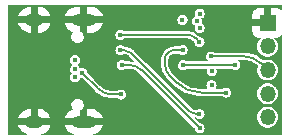
<source format=gbr>
%TF.GenerationSoftware,KiCad,Pcbnew,(6.0.2)*%
%TF.CreationDate,2022-03-06T10:13:05+08:00*%
%TF.ProjectId,USB-TTL-V1,5553422d-5454-44c2-9d56-312e6b696361,rev?*%
%TF.SameCoordinates,Original*%
%TF.FileFunction,Copper,L4,Bot*%
%TF.FilePolarity,Positive*%
%FSLAX46Y46*%
G04 Gerber Fmt 4.6, Leading zero omitted, Abs format (unit mm)*
G04 Created by KiCad (PCBNEW (6.0.2)) date 2022-03-06 10:13:05*
%MOMM*%
%LPD*%
G01*
G04 APERTURE LIST*
%TA.AperFunction,ComponentPad*%
%ADD10O,1.600000X1.000000*%
%TD*%
%TA.AperFunction,ComponentPad*%
%ADD11O,2.100000X1.000000*%
%TD*%
%TA.AperFunction,ComponentPad*%
%ADD12R,1.350000X1.350000*%
%TD*%
%TA.AperFunction,ComponentPad*%
%ADD13O,1.350000X1.350000*%
%TD*%
%TA.AperFunction,ViaPad*%
%ADD14C,0.450000*%
%TD*%
%TA.AperFunction,Conductor*%
%ADD15C,0.200000*%
%TD*%
G04 APERTURE END LIST*
D10*
%TO.P,J2,S1,SHIELD*%
%TO.N,GND*%
X105460000Y-91610000D03*
D11*
X109640000Y-91610000D03*
D10*
X105460000Y-82970000D03*
D11*
X109640000Y-82970000D03*
%TD*%
D12*
%TO.P,J1,1,GND*%
%TO.N,GND*%
X125200000Y-83225000D03*
D13*
%TO.P,J1,2,GPIO0*%
%TO.N,/GPIO0*%
X125200000Y-85225000D03*
%TO.P,J1,3,RXD*%
%TO.N,/RXD*%
X125200000Y-87225000D03*
%TO.P,J1,4,TXD*%
%TO.N,/TXD*%
X125200000Y-89225000D03*
%TO.P,J1,5,RST*%
%TO.N,/EN*%
X125200000Y-91225000D03*
%TD*%
D14*
%TO.N,/RXD*%
X120435000Y-86071718D03*
%TO.N,+5V*%
X120460000Y-88507030D03*
X118000000Y-82990000D03*
X108900000Y-87150000D03*
X119220000Y-83070000D03*
X108900000Y-86400000D03*
X108900000Y-87850000D03*
X120471198Y-87334500D03*
X119450000Y-83646406D03*
X119450000Y-82448750D03*
%TO.N,Net-(C3-Pad1)*%
X119450000Y-92150000D03*
X112850000Y-86800000D03*
%TO.N,Net-(J2-PadA7)*%
X109529832Y-87490168D03*
X112800000Y-89300000D03*
%TO.N,Net-(R1-Pad2)*%
X119440000Y-84854062D03*
X112750000Y-84250000D03*
%TO.N,Net-(R2-Pad1)*%
X112750000Y-85550000D03*
X119440000Y-90942342D03*
%TO.N,Net-(Q1-Pad2)*%
X121700000Y-89140000D03*
X118010000Y-85530000D03*
%TO.N,Net-(Q2-Pad2)*%
X122480000Y-86800000D03*
X118060000Y-86810000D03*
%TD*%
D15*
%TO.N,Net-(Q1-Pad2)*%
X118008449Y-85529092D02*
G75*
G02*
X118009546Y-85529546I3J-1544D01*
G01*
X119641076Y-89139999D02*
G75*
G02*
X117420001Y-88219999I3J3141082D01*
G01*
X116500000Y-86379837D02*
G75*
G02*
X116749177Y-85778269I850732J6D01*
G01*
X116949915Y-87749915D02*
G75*
G02*
X116500000Y-86663723I1086192J1086191D01*
G01*
X116749177Y-85778269D02*
G75*
G02*
X117350745Y-85529092I601562J-601555D01*
G01*
X117420000Y-88220000D02*
X116949915Y-87749915D01*
X118008449Y-85529092D02*
X117350745Y-85529092D01*
X118009546Y-85529546D02*
X118010000Y-85530000D01*
X116500000Y-86379837D02*
X116500000Y-86663723D01*
X119641076Y-89140000D02*
X121700000Y-89140000D01*
%TO.N,/RXD*%
X124623359Y-86648359D02*
X125200000Y-87225000D01*
X123231224Y-86071718D02*
X120435000Y-86071718D01*
X123231224Y-86071719D02*
G75*
G02*
X124623358Y-86648360I1J-1968774D01*
G01*
%TO.N,Net-(C3-Pad1)*%
X119450000Y-92150000D02*
X114541941Y-87241941D01*
X112850000Y-86800000D02*
X113475000Y-86800000D01*
X113475000Y-86800000D02*
G75*
G02*
X114541941Y-87241941I3J-1508876D01*
G01*
%TO.N,Net-(J2-PadA7)*%
X112800000Y-89300000D02*
X112069832Y-89300000D01*
X109529832Y-87490168D02*
X110823357Y-88783693D01*
X110823357Y-88783693D02*
G75*
G03*
X112069832Y-89300000I1246475J1246474D01*
G01*
%TO.N,Net-(R1-Pad2)*%
X118408801Y-84250000D02*
X112750000Y-84250000D01*
X119137969Y-84552031D02*
X119440000Y-84854062D01*
X118408801Y-84250001D02*
G75*
G02*
X119137968Y-84552032I2J-1031195D01*
G01*
%TO.N,Net-(R2-Pad1)*%
X119123668Y-90942342D02*
X119440000Y-90942342D01*
X112750000Y-85550000D02*
X113082497Y-85550000D01*
X113650104Y-85785110D02*
X118583655Y-90718661D01*
X113082497Y-85550000D02*
G75*
G02*
X113650104Y-85785110I-1J-802721D01*
G01*
X119123668Y-90942342D02*
G75*
G02*
X118583655Y-90718661I1J763695D01*
G01*
%TO.N,Net-(Q2-Pad2)*%
X118060000Y-86810000D02*
X118065000Y-86805000D01*
X122480000Y-86800000D02*
X118077071Y-86800000D01*
X118065000Y-86805000D02*
G75*
G02*
X118077071Y-86800000I12068J-12065D01*
G01*
%TD*%
%TA.AperFunction,Conductor*%
%TO.N,GND*%
G36*
X126405648Y-81714352D02*
G01*
X126420000Y-81749000D01*
X126420000Y-82130301D01*
X126405648Y-82164949D01*
X126371000Y-82179301D01*
X126336352Y-82164949D01*
X126332126Y-82160131D01*
X126304877Y-82124620D01*
X126300376Y-82120119D01*
X126180137Y-82027857D01*
X126174620Y-82024672D01*
X126034600Y-81966674D01*
X126028447Y-81965025D01*
X125915908Y-81950209D01*
X125912723Y-81950000D01*
X125509747Y-81950000D01*
X125502855Y-81952855D01*
X125500000Y-81959747D01*
X125500000Y-83476000D01*
X125485648Y-83510648D01*
X125451000Y-83525000D01*
X123934748Y-83525000D01*
X123927856Y-83527855D01*
X123925001Y-83534747D01*
X123925001Y-83937721D01*
X123925210Y-83940909D01*
X123940025Y-84053448D01*
X123941673Y-84059599D01*
X123999672Y-84199621D01*
X124002857Y-84205138D01*
X124095119Y-84325376D01*
X124099624Y-84329881D01*
X124219863Y-84422143D01*
X124225380Y-84425328D01*
X124365400Y-84483326D01*
X124371553Y-84484975D01*
X124484092Y-84499791D01*
X124487277Y-84500000D01*
X124564637Y-84500000D01*
X124599285Y-84514352D01*
X124613637Y-84549000D01*
X124601051Y-84581787D01*
X124489941Y-84705188D01*
X124487805Y-84707560D01*
X124395786Y-84866941D01*
X124338915Y-85041971D01*
X124319678Y-85225000D01*
X124338915Y-85408029D01*
X124395786Y-85583059D01*
X124397070Y-85585284D01*
X124397071Y-85585285D01*
X124400495Y-85591215D01*
X124487805Y-85742440D01*
X124489526Y-85744352D01*
X124489528Y-85744354D01*
X124524523Y-85783220D01*
X124610950Y-85879207D01*
X124613030Y-85880718D01*
X124613032Y-85880720D01*
X124753228Y-85982578D01*
X124759839Y-85987381D01*
X124762186Y-85988426D01*
X124767085Y-85990607D01*
X124927966Y-86062236D01*
X124972575Y-86071718D01*
X125105472Y-86099967D01*
X125105475Y-86099967D01*
X125107981Y-86100500D01*
X125292019Y-86100500D01*
X125294525Y-86099967D01*
X125294528Y-86099967D01*
X125427425Y-86071718D01*
X125472034Y-86062236D01*
X125632915Y-85990607D01*
X125637814Y-85988426D01*
X125640161Y-85987381D01*
X125646772Y-85982578D01*
X125786968Y-85880720D01*
X125786970Y-85880718D01*
X125789050Y-85879207D01*
X125875477Y-85783220D01*
X125910472Y-85744354D01*
X125910474Y-85744352D01*
X125912195Y-85742440D01*
X125999505Y-85591215D01*
X126002929Y-85585285D01*
X126002930Y-85585284D01*
X126004214Y-85583059D01*
X126061085Y-85408029D01*
X126080322Y-85225000D01*
X126061085Y-85041971D01*
X126004214Y-84866941D01*
X125912195Y-84707560D01*
X125910060Y-84705188D01*
X125798948Y-84581786D01*
X125786429Y-84546434D01*
X125802575Y-84512585D01*
X125835362Y-84499999D01*
X125912721Y-84499999D01*
X125915909Y-84499790D01*
X126028448Y-84484975D01*
X126034599Y-84483327D01*
X126174621Y-84425328D01*
X126180138Y-84422143D01*
X126300376Y-84329881D01*
X126304876Y-84325381D01*
X126332125Y-84289869D01*
X126364604Y-84271117D01*
X126400829Y-84280823D01*
X126419581Y-84313302D01*
X126420000Y-84319698D01*
X126420000Y-92721000D01*
X126405648Y-92755648D01*
X126371000Y-92770000D01*
X110484622Y-92770000D01*
X110449974Y-92755648D01*
X110435622Y-92721000D01*
X110449974Y-92686352D01*
X110470828Y-92673982D01*
X110598120Y-92636639D01*
X110602439Y-92634912D01*
X110784895Y-92540941D01*
X110788805Y-92538430D01*
X110950193Y-92411658D01*
X110953561Y-92408451D01*
X111088079Y-92253433D01*
X111090765Y-92249667D01*
X111193543Y-92072009D01*
X111195474Y-92067792D01*
X111247071Y-91919206D01*
X111246635Y-91911761D01*
X111244655Y-91910000D01*
X108040544Y-91910000D01*
X108033652Y-91912855D01*
X108032282Y-91916162D01*
X108044651Y-91967485D01*
X108046164Y-91971878D01*
X108131111Y-92158708D01*
X108133426Y-92162734D01*
X108252165Y-92330126D01*
X108255205Y-92333648D01*
X108403457Y-92475568D01*
X108407103Y-92478447D01*
X108579518Y-92589775D01*
X108583638Y-92591911D01*
X108773997Y-92668628D01*
X108778451Y-92669947D01*
X108793614Y-92672908D01*
X108824870Y-92693635D01*
X108832315Y-92730391D01*
X108811588Y-92761647D01*
X108784223Y-92770000D01*
X106054622Y-92770000D01*
X106019974Y-92755648D01*
X106005622Y-92721000D01*
X106019974Y-92686352D01*
X106040828Y-92673982D01*
X106168120Y-92636639D01*
X106172439Y-92634912D01*
X106354895Y-92540941D01*
X106358805Y-92538430D01*
X106520193Y-92411658D01*
X106523561Y-92408451D01*
X106658079Y-92253433D01*
X106660765Y-92249667D01*
X106763543Y-92072009D01*
X106765474Y-92067792D01*
X106817071Y-91919206D01*
X106816635Y-91911761D01*
X106814655Y-91910000D01*
X104110544Y-91910000D01*
X104103652Y-91912855D01*
X104102282Y-91916162D01*
X104114651Y-91967485D01*
X104116164Y-91971878D01*
X104201111Y-92158708D01*
X104203426Y-92162734D01*
X104322165Y-92330126D01*
X104325205Y-92333648D01*
X104473457Y-92475568D01*
X104477103Y-92478447D01*
X104649518Y-92589775D01*
X104653638Y-92591911D01*
X104843997Y-92668628D01*
X104848451Y-92669947D01*
X104863614Y-92672908D01*
X104894870Y-92693635D01*
X104902315Y-92730391D01*
X104881588Y-92761647D01*
X104854223Y-92770000D01*
X103285000Y-92770000D01*
X103250352Y-92755648D01*
X103236000Y-92721000D01*
X103236000Y-91300794D01*
X104102929Y-91300794D01*
X104103365Y-91308239D01*
X104105345Y-91310000D01*
X105150253Y-91310000D01*
X105157145Y-91307145D01*
X105160000Y-91300253D01*
X105760000Y-91300253D01*
X105762855Y-91307145D01*
X105769747Y-91310000D01*
X106809456Y-91310000D01*
X106816348Y-91307145D01*
X106817718Y-91303838D01*
X106816984Y-91300794D01*
X108032929Y-91300794D01*
X108033365Y-91308239D01*
X108035345Y-91310000D01*
X109330253Y-91310000D01*
X109337145Y-91307145D01*
X109340000Y-91300253D01*
X109940000Y-91300253D01*
X109942855Y-91307145D01*
X109949747Y-91310000D01*
X111239456Y-91310000D01*
X111246348Y-91307145D01*
X111247718Y-91303838D01*
X111235349Y-91252515D01*
X111233836Y-91248122D01*
X111148889Y-91061292D01*
X111146574Y-91057266D01*
X111027835Y-90889874D01*
X111024795Y-90886352D01*
X110876543Y-90744432D01*
X110872897Y-90741553D01*
X110700482Y-90630225D01*
X110696362Y-90628089D01*
X110506003Y-90551372D01*
X110501549Y-90550053D01*
X110299555Y-90510607D01*
X110296066Y-90510184D01*
X110292917Y-90510030D01*
X110291711Y-90510000D01*
X109949747Y-90510000D01*
X109942855Y-90512855D01*
X109940000Y-90519747D01*
X109940000Y-91300253D01*
X109340000Y-91300253D01*
X109340000Y-90685286D01*
X109354352Y-90650638D01*
X109369539Y-90640317D01*
X109376727Y-90637206D01*
X109381717Y-90635047D01*
X109381718Y-90635046D01*
X109384783Y-90633720D01*
X109397282Y-90623599D01*
X109440363Y-90588712D01*
X109496675Y-90543112D01*
X109580079Y-90425751D01*
X109593756Y-90387764D01*
X109627717Y-90293433D01*
X109627718Y-90293431D01*
X109628850Y-90290285D01*
X109639394Y-90146693D01*
X109629973Y-90099967D01*
X109611597Y-90008835D01*
X109610936Y-90005556D01*
X109601676Y-89987381D01*
X109547087Y-89880246D01*
X109545571Y-89877270D01*
X109448116Y-89771288D01*
X109378916Y-89728382D01*
X109328584Y-89697175D01*
X109328583Y-89697175D01*
X109325750Y-89695418D01*
X109322547Y-89694487D01*
X109322546Y-89694487D01*
X109235160Y-89669099D01*
X109187488Y-89655249D01*
X109184926Y-89655061D01*
X109184921Y-89655060D01*
X109180837Y-89654761D01*
X109177288Y-89654500D01*
X109073930Y-89654500D01*
X109072283Y-89654726D01*
X109072277Y-89654726D01*
X109020220Y-89661857D01*
X108967354Y-89669099D01*
X108964288Y-89670426D01*
X108964287Y-89670426D01*
X108838283Y-89724953D01*
X108838282Y-89724954D01*
X108835217Y-89726280D01*
X108723325Y-89816888D01*
X108639921Y-89934249D01*
X108638790Y-89937389D01*
X108638789Y-89937392D01*
X108592283Y-90066567D01*
X108591150Y-90069715D01*
X108580606Y-90213307D01*
X108609064Y-90354444D01*
X108674429Y-90482730D01*
X108676688Y-90485187D01*
X108676689Y-90485188D01*
X108696007Y-90506196D01*
X108708895Y-90541415D01*
X108693105Y-90575432D01*
X108679595Y-90583938D01*
X108679637Y-90584019D01*
X108678695Y-90584504D01*
X108678125Y-90584863D01*
X108677559Y-90585089D01*
X108495105Y-90679059D01*
X108491195Y-90681570D01*
X108329807Y-90808342D01*
X108326439Y-90811549D01*
X108191921Y-90966567D01*
X108189235Y-90970333D01*
X108086457Y-91147991D01*
X108084526Y-91152208D01*
X108032929Y-91300794D01*
X106816984Y-91300794D01*
X106805349Y-91252515D01*
X106803836Y-91248122D01*
X106718889Y-91061292D01*
X106716574Y-91057266D01*
X106597835Y-90889874D01*
X106594795Y-90886352D01*
X106446543Y-90744432D01*
X106442897Y-90741553D01*
X106270482Y-90630225D01*
X106266362Y-90628089D01*
X106076003Y-90551372D01*
X106071549Y-90550053D01*
X105869555Y-90510607D01*
X105866066Y-90510184D01*
X105862917Y-90510030D01*
X105861711Y-90510000D01*
X105769747Y-90510000D01*
X105762855Y-90512855D01*
X105760000Y-90519747D01*
X105760000Y-91300253D01*
X105160000Y-91300253D01*
X105160000Y-90519747D01*
X105157145Y-90512855D01*
X105150253Y-90510000D01*
X105108714Y-90510000D01*
X105106392Y-90510111D01*
X104953374Y-90524710D01*
X104948808Y-90525589D01*
X104751880Y-90583361D01*
X104747561Y-90585088D01*
X104565105Y-90679059D01*
X104561195Y-90681570D01*
X104399807Y-90808342D01*
X104396439Y-90811549D01*
X104261921Y-90966567D01*
X104259235Y-90970333D01*
X104156457Y-91147991D01*
X104154526Y-91152208D01*
X104102929Y-91300794D01*
X103236000Y-91300794D01*
X103236000Y-87850000D01*
X108469196Y-87850000D01*
X108490281Y-87983126D01*
X108494487Y-87991381D01*
X108530590Y-88062236D01*
X108551472Y-88103220D01*
X108646780Y-88198528D01*
X108650213Y-88200277D01*
X108650214Y-88200278D01*
X108706827Y-88229123D01*
X108766874Y-88259719D01*
X108770679Y-88260322D01*
X108770680Y-88260322D01*
X108896193Y-88280201D01*
X108900000Y-88280804D01*
X108903807Y-88280201D01*
X109029320Y-88260322D01*
X109029321Y-88260322D01*
X109033126Y-88259719D01*
X109093173Y-88229124D01*
X109149786Y-88200278D01*
X109149787Y-88200277D01*
X109153220Y-88198528D01*
X109248528Y-88103220D01*
X109269411Y-88062236D01*
X109305513Y-87991381D01*
X109309719Y-87983126D01*
X109312094Y-87968136D01*
X109317864Y-87931702D01*
X109337460Y-87899726D01*
X109373927Y-87890971D01*
X109388508Y-87895710D01*
X109393270Y-87898137D01*
X109393274Y-87898138D01*
X109396706Y-87899887D01*
X109400511Y-87900490D01*
X109400512Y-87900490D01*
X109463807Y-87910515D01*
X109521038Y-87919579D01*
X109548021Y-87933328D01*
X110589245Y-88974552D01*
X110594736Y-88981095D01*
X110607593Y-88999457D01*
X110611102Y-89001914D01*
X110611105Y-89001917D01*
X110614812Y-89004513D01*
X110619354Y-89008111D01*
X110781370Y-89152898D01*
X110970370Y-89287001D01*
X110971570Y-89287664D01*
X110971576Y-89287668D01*
X111172000Y-89398439D01*
X111172008Y-89398443D01*
X111173197Y-89399100D01*
X111174462Y-89399624D01*
X111386033Y-89487260D01*
X111386039Y-89487262D01*
X111387299Y-89487784D01*
X111533959Y-89530036D01*
X111608665Y-89551559D01*
X111608670Y-89551560D01*
X111609985Y-89551939D01*
X111611332Y-89552168D01*
X111611337Y-89552169D01*
X111837104Y-89590528D01*
X111837110Y-89590529D01*
X111838454Y-89590757D01*
X111839821Y-89590834D01*
X111839823Y-89590834D01*
X111939765Y-89596447D01*
X112055408Y-89602941D01*
X112061161Y-89603607D01*
X112069832Y-89605136D01*
X112074051Y-89604392D01*
X112074052Y-89604392D01*
X112091905Y-89601244D01*
X112100414Y-89600500D01*
X112478456Y-89600500D01*
X112513104Y-89614852D01*
X112546780Y-89648528D01*
X112550213Y-89650277D01*
X112550214Y-89650278D01*
X112586264Y-89668646D01*
X112666874Y-89709719D01*
X112670679Y-89710322D01*
X112670680Y-89710322D01*
X112796193Y-89730201D01*
X112800000Y-89730804D01*
X112803807Y-89730201D01*
X112929320Y-89710322D01*
X112929321Y-89710322D01*
X112933126Y-89709719D01*
X113013736Y-89668646D01*
X113049786Y-89650278D01*
X113049787Y-89650277D01*
X113053220Y-89648528D01*
X113148528Y-89553220D01*
X113209719Y-89433126D01*
X113210513Y-89428117D01*
X113230201Y-89303807D01*
X113230804Y-89300000D01*
X113218521Y-89222450D01*
X113210322Y-89170680D01*
X113210322Y-89170679D01*
X113209719Y-89166874D01*
X113148528Y-89046780D01*
X113053220Y-88951472D01*
X113049787Y-88949723D01*
X113049786Y-88949722D01*
X112993173Y-88920877D01*
X112933126Y-88890281D01*
X112929321Y-88889678D01*
X112929320Y-88889678D01*
X112803807Y-88869799D01*
X112800000Y-88869196D01*
X112796193Y-88869799D01*
X112670680Y-88889678D01*
X112670679Y-88889678D01*
X112666874Y-88890281D01*
X112606827Y-88920877D01*
X112550214Y-88949722D01*
X112550213Y-88949723D01*
X112546780Y-88951472D01*
X112513104Y-88985148D01*
X112478456Y-88999500D01*
X112100414Y-88999500D01*
X112091905Y-88998756D01*
X112074053Y-88995608D01*
X112074051Y-88995608D01*
X112069832Y-88994864D01*
X112056482Y-88997218D01*
X112044773Y-88997858D01*
X111882164Y-88987200D01*
X111875818Y-88986364D01*
X111714110Y-88954198D01*
X111694524Y-88950302D01*
X111688333Y-88948644D01*
X111513279Y-88889221D01*
X111507358Y-88886768D01*
X111341571Y-88805011D01*
X111336020Y-88801806D01*
X111182321Y-88699108D01*
X111177236Y-88695206D01*
X111054726Y-88587767D01*
X111046898Y-88579035D01*
X111039121Y-88567929D01*
X111020762Y-88555074D01*
X111014219Y-88549583D01*
X110525829Y-88061193D01*
X109972992Y-87508357D01*
X109959243Y-87481374D01*
X109957920Y-87473017D01*
X109947297Y-87405946D01*
X109940154Y-87360848D01*
X109940154Y-87360847D01*
X109939551Y-87357042D01*
X109878360Y-87236948D01*
X109783052Y-87141640D01*
X109779619Y-87139891D01*
X109779618Y-87139890D01*
X109723005Y-87111045D01*
X109662958Y-87080449D01*
X109659153Y-87079846D01*
X109659152Y-87079846D01*
X109533639Y-87059967D01*
X109529832Y-87059364D01*
X109526025Y-87059967D01*
X109400512Y-87079846D01*
X109400511Y-87079846D01*
X109396706Y-87080449D01*
X109393270Y-87082200D01*
X109393269Y-87082200D01*
X109385624Y-87086095D01*
X109348237Y-87089038D01*
X109319720Y-87064681D01*
X109314982Y-87050102D01*
X109310322Y-87020679D01*
X109310321Y-87020677D01*
X109309719Y-87016874D01*
X109273892Y-86946560D01*
X109250278Y-86900214D01*
X109250277Y-86900213D01*
X109248528Y-86896780D01*
X109161396Y-86809648D01*
X109147044Y-86775000D01*
X109161396Y-86740352D01*
X109248528Y-86653220D01*
X109309719Y-86533126D01*
X109313220Y-86511025D01*
X109330201Y-86403807D01*
X109330804Y-86400000D01*
X109322806Y-86349500D01*
X109310322Y-86270680D01*
X109310322Y-86270679D01*
X109309719Y-86266874D01*
X109248528Y-86146780D01*
X109153220Y-86051472D01*
X109149787Y-86049723D01*
X109149786Y-86049722D01*
X109053916Y-86000874D01*
X109033126Y-85990281D01*
X109029321Y-85989678D01*
X109029320Y-85989678D01*
X108903807Y-85969799D01*
X108900000Y-85969196D01*
X108896193Y-85969799D01*
X108770680Y-85989678D01*
X108770679Y-85989678D01*
X108766874Y-85990281D01*
X108746084Y-86000874D01*
X108650214Y-86049722D01*
X108650213Y-86049723D01*
X108646780Y-86051472D01*
X108551472Y-86146780D01*
X108490281Y-86266874D01*
X108489678Y-86270679D01*
X108489678Y-86270680D01*
X108477194Y-86349500D01*
X108469196Y-86400000D01*
X108469799Y-86403807D01*
X108486781Y-86511025D01*
X108490281Y-86533126D01*
X108551472Y-86653220D01*
X108638604Y-86740352D01*
X108652956Y-86775000D01*
X108638604Y-86809648D01*
X108551472Y-86896780D01*
X108549723Y-86900213D01*
X108549722Y-86900214D01*
X108526108Y-86946560D01*
X108490281Y-87016874D01*
X108489678Y-87020679D01*
X108489678Y-87020680D01*
X108478851Y-87089038D01*
X108469196Y-87150000D01*
X108469799Y-87153807D01*
X108481899Y-87230201D01*
X108490281Y-87283126D01*
X108492031Y-87286560D01*
X108544734Y-87389995D01*
X108551472Y-87403220D01*
X108613604Y-87465352D01*
X108627956Y-87500000D01*
X108613604Y-87534648D01*
X108551472Y-87596780D01*
X108490281Y-87716874D01*
X108489678Y-87720679D01*
X108489678Y-87720680D01*
X108485854Y-87744822D01*
X108469196Y-87850000D01*
X103236000Y-87850000D01*
X103236000Y-85550000D01*
X112319196Y-85550000D01*
X112319799Y-85553807D01*
X112336511Y-85659320D01*
X112340281Y-85683126D01*
X112342031Y-85686560D01*
X112383184Y-85767327D01*
X112401472Y-85803220D01*
X112496780Y-85898528D01*
X112500213Y-85900277D01*
X112500214Y-85900278D01*
X112539015Y-85920048D01*
X112616874Y-85959719D01*
X112620679Y-85960322D01*
X112620680Y-85960322D01*
X112746193Y-85980201D01*
X112750000Y-85980804D01*
X112753807Y-85980201D01*
X112879320Y-85960322D01*
X112879321Y-85960322D01*
X112883126Y-85959719D01*
X112960985Y-85920048D01*
X112999786Y-85900278D01*
X112999787Y-85900277D01*
X113003220Y-85898528D01*
X113033954Y-85867794D01*
X113068602Y-85853442D01*
X113077113Y-85854187D01*
X113078274Y-85854392D01*
X113078278Y-85854392D01*
X113082497Y-85855136D01*
X113092743Y-85853329D01*
X113106056Y-85852820D01*
X113175672Y-85859677D01*
X113185094Y-85861551D01*
X113270074Y-85887330D01*
X113278937Y-85891001D01*
X113333281Y-85920048D01*
X113357256Y-85932863D01*
X113365242Y-85938199D01*
X113419319Y-85982578D01*
X113428371Y-85992349D01*
X113431879Y-85997359D01*
X113431881Y-85997361D01*
X113434341Y-86000874D01*
X113437856Y-86003335D01*
X113452697Y-86013727D01*
X113459240Y-86019217D01*
X113896397Y-86456374D01*
X113910749Y-86491022D01*
X113896397Y-86525670D01*
X113861749Y-86540022D01*
X113852194Y-86539080D01*
X113711678Y-86511130D01*
X113710084Y-86511026D01*
X113710080Y-86511025D01*
X113484477Y-86496239D01*
X113479241Y-86495608D01*
X113479219Y-86495608D01*
X113474999Y-86494864D01*
X113470780Y-86495608D01*
X113470779Y-86495608D01*
X113452926Y-86498756D01*
X113444417Y-86499500D01*
X113171544Y-86499500D01*
X113136896Y-86485148D01*
X113103220Y-86451472D01*
X113099787Y-86449723D01*
X113099786Y-86449722D01*
X113009672Y-86403807D01*
X112983126Y-86390281D01*
X112979321Y-86389678D01*
X112979320Y-86389678D01*
X112853807Y-86369799D01*
X112850000Y-86369196D01*
X112846193Y-86369799D01*
X112720680Y-86389678D01*
X112720679Y-86389678D01*
X112716874Y-86390281D01*
X112690328Y-86403807D01*
X112600214Y-86449722D01*
X112600213Y-86449723D01*
X112596780Y-86451472D01*
X112501472Y-86546780D01*
X112499723Y-86550213D01*
X112499722Y-86550214D01*
X112489237Y-86570793D01*
X112440281Y-86666874D01*
X112439678Y-86670679D01*
X112439678Y-86670680D01*
X112434140Y-86705646D01*
X112419196Y-86800000D01*
X112440281Y-86933126D01*
X112447126Y-86946560D01*
X112495653Y-87041799D01*
X112501472Y-87053220D01*
X112596780Y-87148528D01*
X112600213Y-87150277D01*
X112600214Y-87150278D01*
X112621489Y-87161118D01*
X112716874Y-87209719D01*
X112720679Y-87210322D01*
X112720680Y-87210322D01*
X112811315Y-87224677D01*
X112832082Y-87227966D01*
X112846193Y-87230201D01*
X112850000Y-87230804D01*
X112853807Y-87230201D01*
X112867919Y-87227966D01*
X112888685Y-87224677D01*
X112979320Y-87210322D01*
X112979321Y-87210322D01*
X112983126Y-87209719D01*
X113078511Y-87161118D01*
X113099786Y-87150278D01*
X113099787Y-87150277D01*
X113103220Y-87148528D01*
X113136896Y-87114852D01*
X113171544Y-87100500D01*
X113444419Y-87100500D01*
X113452928Y-87101244D01*
X113470781Y-87104392D01*
X113470782Y-87104392D01*
X113475001Y-87105136D01*
X113487042Y-87103013D01*
X113499393Y-87102420D01*
X113660195Y-87115075D01*
X113667778Y-87116276D01*
X113844665Y-87158743D01*
X113851972Y-87161117D01*
X114020032Y-87230730D01*
X114026878Y-87234218D01*
X114106689Y-87283126D01*
X114181981Y-87329265D01*
X114188201Y-87333784D01*
X114310849Y-87438535D01*
X114319164Y-87447689D01*
X114323716Y-87454190D01*
X114323718Y-87454192D01*
X114326177Y-87457704D01*
X114340347Y-87467626D01*
X114344533Y-87470557D01*
X114351076Y-87476047D01*
X119006840Y-92131811D01*
X119020589Y-92158794D01*
X119040281Y-92283126D01*
X119101472Y-92403220D01*
X119196780Y-92498528D01*
X119200213Y-92500277D01*
X119200214Y-92500278D01*
X119256827Y-92529124D01*
X119316874Y-92559719D01*
X119320679Y-92560322D01*
X119320680Y-92560322D01*
X119446193Y-92580201D01*
X119450000Y-92580804D01*
X119453807Y-92580201D01*
X119579320Y-92560322D01*
X119579321Y-92560322D01*
X119583126Y-92559719D01*
X119643173Y-92529124D01*
X119699786Y-92500278D01*
X119699787Y-92500277D01*
X119703220Y-92498528D01*
X119798528Y-92403220D01*
X119859719Y-92283126D01*
X119865019Y-92249667D01*
X119880201Y-92153807D01*
X119880804Y-92150000D01*
X119872880Y-92099967D01*
X119860322Y-92020680D01*
X119860322Y-92020679D01*
X119859719Y-92016874D01*
X119798528Y-91896780D01*
X119703220Y-91801472D01*
X119699787Y-91799723D01*
X119699786Y-91799722D01*
X119643173Y-91770876D01*
X119583126Y-91740281D01*
X119579321Y-91739678D01*
X119579320Y-91739678D01*
X119458795Y-91720589D01*
X119431812Y-91706840D01*
X119051991Y-91327019D01*
X119037639Y-91292371D01*
X119051991Y-91257723D01*
X119090481Y-91243522D01*
X119103194Y-91244522D01*
X119107546Y-91244865D01*
X119112209Y-91245458D01*
X119119445Y-91246734D01*
X119119448Y-91246734D01*
X119123668Y-91247478D01*
X119124002Y-91247419D01*
X119156996Y-91261086D01*
X119186780Y-91290870D01*
X119190213Y-91292619D01*
X119190214Y-91292620D01*
X119246827Y-91321465D01*
X119306874Y-91352061D01*
X119310679Y-91352664D01*
X119310680Y-91352664D01*
X119436193Y-91372543D01*
X119440000Y-91373146D01*
X119443807Y-91372543D01*
X119569320Y-91352664D01*
X119569321Y-91352664D01*
X119573126Y-91352061D01*
X119633173Y-91321465D01*
X119689786Y-91292620D01*
X119689787Y-91292619D01*
X119693220Y-91290870D01*
X119759090Y-91225000D01*
X124319678Y-91225000D01*
X124338915Y-91408029D01*
X124395786Y-91583059D01*
X124487805Y-91742440D01*
X124610950Y-91879207D01*
X124613030Y-91880718D01*
X124613032Y-91880720D01*
X124661814Y-91916162D01*
X124759839Y-91987381D01*
X124927966Y-92062236D01*
X124973944Y-92072009D01*
X125105472Y-92099967D01*
X125105475Y-92099967D01*
X125107981Y-92100500D01*
X125292019Y-92100500D01*
X125294525Y-92099967D01*
X125294528Y-92099967D01*
X125426056Y-92072009D01*
X125472034Y-92062236D01*
X125640161Y-91987381D01*
X125738186Y-91916162D01*
X125786968Y-91880720D01*
X125786970Y-91880718D01*
X125789050Y-91879207D01*
X125912195Y-91742440D01*
X126004214Y-91583059D01*
X126061085Y-91408029D01*
X126080322Y-91225000D01*
X126061085Y-91041971D01*
X126004214Y-90866941D01*
X125912195Y-90707560D01*
X125910341Y-90705500D01*
X125857799Y-90647147D01*
X125789050Y-90570793D01*
X125782528Y-90566054D01*
X125642241Y-90464130D01*
X125642240Y-90464129D01*
X125640161Y-90462619D01*
X125472034Y-90387764D01*
X125382026Y-90368632D01*
X125294528Y-90350033D01*
X125294525Y-90350033D01*
X125292019Y-90349500D01*
X125107981Y-90349500D01*
X125105475Y-90350033D01*
X125105472Y-90350033D01*
X125017973Y-90368632D01*
X124927966Y-90387764D01*
X124759839Y-90462619D01*
X124757760Y-90464129D01*
X124757759Y-90464130D01*
X124617473Y-90566054D01*
X124610950Y-90570793D01*
X124542201Y-90647147D01*
X124489660Y-90705500D01*
X124487805Y-90707560D01*
X124395786Y-90866941D01*
X124338915Y-91041971D01*
X124319678Y-91225000D01*
X119759090Y-91225000D01*
X119788528Y-91195562D01*
X119849719Y-91075468D01*
X119855025Y-91041971D01*
X119870201Y-90946149D01*
X119870804Y-90942342D01*
X119861936Y-90886352D01*
X119850322Y-90813022D01*
X119850322Y-90813021D01*
X119849719Y-90809216D01*
X119797923Y-90707560D01*
X119790278Y-90692556D01*
X119790277Y-90692555D01*
X119788528Y-90689122D01*
X119693220Y-90593814D01*
X119689787Y-90592065D01*
X119689786Y-90592064D01*
X119597835Y-90545213D01*
X119573126Y-90532623D01*
X119569321Y-90532020D01*
X119569320Y-90532020D01*
X119443807Y-90512141D01*
X119440000Y-90511538D01*
X119436193Y-90512141D01*
X119310680Y-90532020D01*
X119310679Y-90532020D01*
X119306874Y-90532623D01*
X119282165Y-90545213D01*
X119190214Y-90592064D01*
X119190213Y-90592065D01*
X119186780Y-90593814D01*
X119156995Y-90623599D01*
X119124003Y-90637265D01*
X119123668Y-90637206D01*
X119119444Y-90637951D01*
X119113422Y-90639013D01*
X119100109Y-90639522D01*
X119038107Y-90633415D01*
X119028686Y-90631541D01*
X118951031Y-90607984D01*
X118942157Y-90604308D01*
X118870589Y-90566054D01*
X118862602Y-90560718D01*
X118849607Y-90550053D01*
X118814440Y-90521193D01*
X118805386Y-90511420D01*
X118801878Y-90506409D01*
X118799419Y-90502897D01*
X118781060Y-90490042D01*
X118774517Y-90484551D01*
X114953688Y-86663723D01*
X116194864Y-86663723D01*
X116195608Y-86667943D01*
X116195608Y-86668213D01*
X116196145Y-86672668D01*
X116210656Y-86894054D01*
X116211305Y-86903963D01*
X116258274Y-87140092D01*
X116307993Y-87286560D01*
X116331919Y-87357042D01*
X116335662Y-87368070D01*
X116336368Y-87369502D01*
X116336369Y-87369504D01*
X116429846Y-87559056D01*
X116442145Y-87583997D01*
X116443036Y-87585330D01*
X116443038Y-87585334D01*
X116575009Y-87782842D01*
X116575902Y-87784178D01*
X116576960Y-87785385D01*
X116576962Y-87785387D01*
X116728734Y-87958451D01*
X116731504Y-87961980D01*
X116731693Y-87962169D01*
X116734151Y-87965679D01*
X116737660Y-87968136D01*
X116752513Y-87978536D01*
X116759056Y-87984027D01*
X117185888Y-88410859D01*
X117191379Y-88417402D01*
X117204236Y-88435764D01*
X117207417Y-88437991D01*
X117208484Y-88438958D01*
X117209138Y-88439612D01*
X117209699Y-88440060D01*
X117350781Y-88567929D01*
X117455131Y-88662506D01*
X117456098Y-88663223D01*
X117725769Y-88863225D01*
X117725778Y-88863231D01*
X117726734Y-88863940D01*
X117727759Y-88864555D01*
X117727760Y-88864555D01*
X117971554Y-89010680D01*
X118016772Y-89037783D01*
X118017855Y-89038295D01*
X118017864Y-89038300D01*
X118222195Y-89134940D01*
X118322454Y-89182359D01*
X118640835Y-89296278D01*
X118641988Y-89296567D01*
X118641992Y-89296568D01*
X118967681Y-89378149D01*
X118967687Y-89378150D01*
X118968848Y-89378441D01*
X118970029Y-89378616D01*
X118970038Y-89378618D01*
X119302160Y-89427884D01*
X119302169Y-89427885D01*
X119303336Y-89428058D01*
X119304517Y-89428116D01*
X119304527Y-89428117D01*
X119634180Y-89444311D01*
X119634892Y-89444391D01*
X119635812Y-89444391D01*
X119637255Y-89444462D01*
X119641076Y-89445136D01*
X119645295Y-89444392D01*
X119645297Y-89444392D01*
X119663149Y-89441244D01*
X119671658Y-89440500D01*
X121378456Y-89440500D01*
X121413104Y-89454852D01*
X121446780Y-89488528D01*
X121450213Y-89490277D01*
X121450214Y-89490278D01*
X121506827Y-89519123D01*
X121566874Y-89549719D01*
X121570679Y-89550322D01*
X121570680Y-89550322D01*
X121696193Y-89570201D01*
X121700000Y-89570804D01*
X121703807Y-89570201D01*
X121829320Y-89550322D01*
X121829321Y-89550322D01*
X121833126Y-89549719D01*
X121893173Y-89519123D01*
X121949786Y-89490278D01*
X121949787Y-89490277D01*
X121953220Y-89488528D01*
X122048528Y-89393220D01*
X122056059Y-89378441D01*
X122107969Y-89276560D01*
X122109719Y-89273126D01*
X122116938Y-89227550D01*
X122117342Y-89225000D01*
X124319678Y-89225000D01*
X124338915Y-89408029D01*
X124395786Y-89583059D01*
X124397070Y-89585284D01*
X124397071Y-89585285D01*
X124406285Y-89601244D01*
X124487805Y-89742440D01*
X124610950Y-89879207D01*
X124759839Y-89987381D01*
X124927966Y-90062236D01*
X125017973Y-90081368D01*
X125105472Y-90099967D01*
X125105475Y-90099967D01*
X125107981Y-90100500D01*
X125292019Y-90100500D01*
X125294525Y-90099967D01*
X125294528Y-90099967D01*
X125382027Y-90081368D01*
X125472034Y-90062236D01*
X125640161Y-89987381D01*
X125789050Y-89879207D01*
X125912195Y-89742440D01*
X125993715Y-89601244D01*
X126002929Y-89585285D01*
X126002930Y-89585284D01*
X126004214Y-89583059D01*
X126061085Y-89408029D01*
X126080322Y-89225000D01*
X126061085Y-89041971D01*
X126004214Y-88866941D01*
X126002837Y-88864555D01*
X125978489Y-88822385D01*
X125912195Y-88707560D01*
X125901072Y-88695206D01*
X125851504Y-88640156D01*
X125789050Y-88570793D01*
X125785109Y-88567929D01*
X125642241Y-88464130D01*
X125642240Y-88464129D01*
X125640161Y-88462619D01*
X125472034Y-88387764D01*
X125345063Y-88360775D01*
X125294528Y-88350033D01*
X125294525Y-88350033D01*
X125292019Y-88349500D01*
X125107981Y-88349500D01*
X125105475Y-88350033D01*
X125105472Y-88350033D01*
X125054937Y-88360775D01*
X124927966Y-88387764D01*
X124759839Y-88462619D01*
X124757760Y-88464129D01*
X124757759Y-88464130D01*
X124614892Y-88567929D01*
X124610950Y-88570793D01*
X124548496Y-88640156D01*
X124498929Y-88695206D01*
X124487805Y-88707560D01*
X124421511Y-88822385D01*
X124397164Y-88864555D01*
X124395786Y-88866941D01*
X124338915Y-89041971D01*
X124319678Y-89225000D01*
X122117342Y-89225000D01*
X122130201Y-89143807D01*
X122130804Y-89140000D01*
X122116583Y-89050214D01*
X122110322Y-89010680D01*
X122110322Y-89010679D01*
X122109719Y-89006874D01*
X122048528Y-88886780D01*
X121953220Y-88791472D01*
X121949787Y-88789723D01*
X121949786Y-88789722D01*
X121885198Y-88756813D01*
X121833126Y-88730281D01*
X121829321Y-88729678D01*
X121829320Y-88729678D01*
X121703807Y-88709799D01*
X121700000Y-88709196D01*
X121696193Y-88709799D01*
X121570680Y-88729678D01*
X121570679Y-88729678D01*
X121566874Y-88730281D01*
X121514802Y-88756813D01*
X121450214Y-88789722D01*
X121450213Y-88789723D01*
X121446780Y-88791472D01*
X121413104Y-88825148D01*
X121378456Y-88839500D01*
X120846371Y-88839500D01*
X120811723Y-88825148D01*
X120797371Y-88790500D01*
X120806562Y-88762216D01*
X120808528Y-88760250D01*
X120869719Y-88640156D01*
X120872557Y-88622241D01*
X120890201Y-88510837D01*
X120890804Y-88507030D01*
X120875572Y-88410859D01*
X120870322Y-88377710D01*
X120870322Y-88377709D01*
X120869719Y-88373904D01*
X120808528Y-88253810D01*
X120713220Y-88158502D01*
X120709787Y-88156753D01*
X120709786Y-88156752D01*
X120604723Y-88103220D01*
X120593126Y-88097311D01*
X120589321Y-88096708D01*
X120589320Y-88096708D01*
X120463807Y-88076829D01*
X120460000Y-88076226D01*
X120456193Y-88076829D01*
X120330680Y-88096708D01*
X120330679Y-88096708D01*
X120326874Y-88097311D01*
X120315277Y-88103220D01*
X120210214Y-88156752D01*
X120210213Y-88156753D01*
X120206780Y-88158502D01*
X120111472Y-88253810D01*
X120050281Y-88373904D01*
X120049678Y-88377709D01*
X120049678Y-88377710D01*
X120044428Y-88410859D01*
X120029196Y-88507030D01*
X120029799Y-88510837D01*
X120047444Y-88622241D01*
X120050281Y-88640156D01*
X120111472Y-88760250D01*
X120113380Y-88762158D01*
X120122026Y-88798162D01*
X120102433Y-88830140D01*
X120073629Y-88839500D01*
X119671658Y-88839500D01*
X119663149Y-88838756D01*
X119645296Y-88835608D01*
X119645295Y-88835608D01*
X119641076Y-88834864D01*
X119636856Y-88835608D01*
X119636855Y-88835608D01*
X119625932Y-88837534D01*
X119615020Y-88838219D01*
X119580642Y-88836530D01*
X119365059Y-88825939D01*
X119360273Y-88825468D01*
X119089290Y-88785271D01*
X119084574Y-88784333D01*
X118818833Y-88717768D01*
X118814232Y-88716372D01*
X118556296Y-88624082D01*
X118551853Y-88622241D01*
X118478964Y-88587767D01*
X118304213Y-88505116D01*
X118299988Y-88502858D01*
X118064993Y-88362007D01*
X118060999Y-88359338D01*
X117924319Y-88257969D01*
X117840968Y-88196152D01*
X117837253Y-88193104D01*
X117802083Y-88161228D01*
X117651812Y-88025030D01*
X117644586Y-88016835D01*
X117635764Y-88004236D01*
X117617405Y-87991381D01*
X117610862Y-87985890D01*
X117184027Y-87559056D01*
X117178536Y-87552513D01*
X117168139Y-87537664D01*
X117168138Y-87537663D01*
X117165679Y-87534151D01*
X117155662Y-87527137D01*
X117146511Y-87518826D01*
X117077937Y-87438535D01*
X117038982Y-87392924D01*
X117034463Y-87386703D01*
X116937189Y-87227966D01*
X116933698Y-87221116D01*
X116908498Y-87160278D01*
X116862449Y-87049104D01*
X116860075Y-87041799D01*
X116816611Y-86860759D01*
X116815409Y-86853171D01*
X116815017Y-86848181D01*
X116812012Y-86810000D01*
X117629196Y-86810000D01*
X117629799Y-86813807D01*
X117644328Y-86905537D01*
X117650281Y-86943126D01*
X117652031Y-86946560D01*
X117707766Y-87055946D01*
X117711472Y-87063220D01*
X117806780Y-87158528D01*
X117810213Y-87160277D01*
X117810214Y-87160278D01*
X117866827Y-87189124D01*
X117926874Y-87219719D01*
X117930679Y-87220322D01*
X117930680Y-87220322D01*
X118056193Y-87240201D01*
X118060000Y-87240804D01*
X118063807Y-87240201D01*
X118189320Y-87220322D01*
X118189321Y-87220322D01*
X118193126Y-87219719D01*
X118253173Y-87189124D01*
X118309786Y-87160278D01*
X118309787Y-87160277D01*
X118313220Y-87158528D01*
X118356896Y-87114852D01*
X118391544Y-87100500D01*
X120032916Y-87100500D01*
X120067564Y-87114852D01*
X120081916Y-87149500D01*
X120076575Y-87171745D01*
X120063230Y-87197937D01*
X120061479Y-87201374D01*
X120060876Y-87205179D01*
X120060876Y-87205180D01*
X120058573Y-87219719D01*
X120040394Y-87334500D01*
X120040997Y-87338307D01*
X120059908Y-87457704D01*
X120061479Y-87467626D01*
X120122670Y-87587720D01*
X120217978Y-87683028D01*
X120221411Y-87684777D01*
X120221412Y-87684778D01*
X120277665Y-87713440D01*
X120338072Y-87744219D01*
X120341877Y-87744822D01*
X120341878Y-87744822D01*
X120467391Y-87764701D01*
X120471198Y-87765304D01*
X120475005Y-87764701D01*
X120600518Y-87744822D01*
X120600519Y-87744822D01*
X120604324Y-87744219D01*
X120664731Y-87713440D01*
X120720984Y-87684778D01*
X120720985Y-87684777D01*
X120724418Y-87683028D01*
X120819726Y-87587720D01*
X120880917Y-87467626D01*
X120882489Y-87457704D01*
X120901399Y-87338307D01*
X120902002Y-87334500D01*
X120883823Y-87219719D01*
X120881520Y-87205180D01*
X120881520Y-87205179D01*
X120880917Y-87201374D01*
X120879166Y-87197937D01*
X120865821Y-87171745D01*
X120862878Y-87134358D01*
X120887235Y-87105841D01*
X120909480Y-87100500D01*
X122158456Y-87100500D01*
X122193104Y-87114852D01*
X122226780Y-87148528D01*
X122230213Y-87150277D01*
X122230214Y-87150278D01*
X122251489Y-87161118D01*
X122346874Y-87209719D01*
X122350679Y-87210322D01*
X122350680Y-87210322D01*
X122441315Y-87224677D01*
X122462082Y-87227966D01*
X122476193Y-87230201D01*
X122480000Y-87230804D01*
X122483807Y-87230201D01*
X122497919Y-87227966D01*
X122518685Y-87224677D01*
X122609320Y-87210322D01*
X122609321Y-87210322D01*
X122613126Y-87209719D01*
X122708511Y-87161118D01*
X122729786Y-87150278D01*
X122729787Y-87150277D01*
X122733220Y-87148528D01*
X122828528Y-87053220D01*
X122834348Y-87041799D01*
X122882874Y-86946560D01*
X122889719Y-86933126D01*
X122910804Y-86800000D01*
X122895860Y-86705646D01*
X122890322Y-86670680D01*
X122890322Y-86670679D01*
X122889719Y-86666874D01*
X122840763Y-86570793D01*
X122830278Y-86550214D01*
X122830277Y-86550213D01*
X122828528Y-86546780D01*
X122737614Y-86455866D01*
X122723262Y-86421218D01*
X122737614Y-86386570D01*
X122772262Y-86372218D01*
X123200642Y-86372218D01*
X123209151Y-86372962D01*
X123227004Y-86376110D01*
X123227005Y-86376110D01*
X123231224Y-86376854D01*
X123235443Y-86376110D01*
X123235446Y-86376110D01*
X123244573Y-86374501D01*
X123256285Y-86373862D01*
X123385896Y-86382356D01*
X123445780Y-86386281D01*
X123452126Y-86387117D01*
X123569262Y-86410417D01*
X123659848Y-86428436D01*
X123666039Y-86430094D01*
X123866607Y-86498178D01*
X123872528Y-86500631D01*
X124062482Y-86594305D01*
X124068033Y-86597510D01*
X124244136Y-86715178D01*
X124249221Y-86719080D01*
X124376404Y-86830617D01*
X124392991Y-86864252D01*
X124390698Y-86882599D01*
X124371032Y-86943126D01*
X124338915Y-87041971D01*
X124319678Y-87225000D01*
X124338915Y-87408029D01*
X124395786Y-87583059D01*
X124487805Y-87742440D01*
X124489526Y-87744352D01*
X124489528Y-87744354D01*
X124507849Y-87764701D01*
X124610950Y-87879207D01*
X124613030Y-87880718D01*
X124613032Y-87880720D01*
X124757759Y-87985870D01*
X124759839Y-87987381D01*
X124927966Y-88062236D01*
X124993783Y-88076226D01*
X125105472Y-88099967D01*
X125105475Y-88099967D01*
X125107981Y-88100500D01*
X125292019Y-88100500D01*
X125294525Y-88099967D01*
X125294528Y-88099967D01*
X125406217Y-88076226D01*
X125472034Y-88062236D01*
X125640161Y-87987381D01*
X125642241Y-87985870D01*
X125786968Y-87880720D01*
X125786970Y-87880718D01*
X125789050Y-87879207D01*
X125892151Y-87764701D01*
X125910472Y-87744354D01*
X125910474Y-87744352D01*
X125912195Y-87742440D01*
X126004214Y-87583059D01*
X126061085Y-87408029D01*
X126080322Y-87225000D01*
X126061085Y-87041971D01*
X126004214Y-86866941D01*
X126002662Y-86864252D01*
X125963367Y-86796193D01*
X125912195Y-86707560D01*
X125884566Y-86676874D01*
X125813106Y-86597510D01*
X125789050Y-86570793D01*
X125774490Y-86560214D01*
X125642241Y-86464130D01*
X125642240Y-86464129D01*
X125640161Y-86462619D01*
X125472034Y-86387764D01*
X125355371Y-86362966D01*
X125294528Y-86350033D01*
X125294525Y-86350033D01*
X125292019Y-86349500D01*
X125107981Y-86349500D01*
X125105475Y-86350033D01*
X125105472Y-86350033D01*
X125044629Y-86362966D01*
X124927966Y-86387764D01*
X124909034Y-86396193D01*
X124863072Y-86416656D01*
X124825582Y-86417637D01*
X124810491Y-86408428D01*
X124649352Y-86264425D01*
X124649345Y-86264419D01*
X124648324Y-86263507D01*
X124440454Y-86116016D01*
X124439263Y-86115358D01*
X124439257Y-86115354D01*
X124218574Y-85993387D01*
X124218566Y-85993383D01*
X124217377Y-85992726D01*
X124211474Y-85990281D01*
X123983165Y-85895712D01*
X123983159Y-85895710D01*
X123981899Y-85895188D01*
X123804028Y-85843944D01*
X123738301Y-85825008D01*
X123738296Y-85825007D01*
X123736981Y-85824628D01*
X123735634Y-85824399D01*
X123735629Y-85824398D01*
X123487050Y-85782163D01*
X123487049Y-85782163D01*
X123485702Y-85781934D01*
X123484337Y-85781857D01*
X123484334Y-85781857D01*
X123385744Y-85776321D01*
X123242947Y-85768302D01*
X123237196Y-85767635D01*
X123231224Y-85766582D01*
X123227005Y-85767326D01*
X123227003Y-85767326D01*
X123209151Y-85770474D01*
X123200642Y-85771218D01*
X120756544Y-85771218D01*
X120721896Y-85756866D01*
X120688220Y-85723190D01*
X120684787Y-85721441D01*
X120684786Y-85721440D01*
X120577077Y-85666560D01*
X120568126Y-85661999D01*
X120564321Y-85661396D01*
X120564320Y-85661396D01*
X120438807Y-85641517D01*
X120435000Y-85640914D01*
X120431193Y-85641517D01*
X120305680Y-85661396D01*
X120305679Y-85661396D01*
X120301874Y-85661999D01*
X120292923Y-85666560D01*
X120185214Y-85721440D01*
X120185213Y-85721441D01*
X120181780Y-85723190D01*
X120086472Y-85818498D01*
X120084723Y-85821931D01*
X120084722Y-85821932D01*
X120068183Y-85854392D01*
X120025281Y-85938592D01*
X120024678Y-85942397D01*
X120024678Y-85942398D01*
X120015027Y-86003335D01*
X120004196Y-86071718D01*
X120004799Y-86075525D01*
X120024088Y-86197309D01*
X120025281Y-86204844D01*
X120027031Y-86208278D01*
X120082206Y-86316565D01*
X120086472Y-86324938D01*
X120177386Y-86415852D01*
X120191738Y-86450500D01*
X120177386Y-86485148D01*
X120142738Y-86499500D01*
X118371544Y-86499500D01*
X118336896Y-86485148D01*
X118313220Y-86461472D01*
X118309787Y-86459723D01*
X118309786Y-86459722D01*
X118227189Y-86417637D01*
X118193126Y-86400281D01*
X118189321Y-86399678D01*
X118189320Y-86399678D01*
X118064060Y-86379839D01*
X118060000Y-86379196D01*
X118055940Y-86379839D01*
X117930680Y-86399678D01*
X117930679Y-86399678D01*
X117926874Y-86400281D01*
X117892811Y-86417637D01*
X117810214Y-86459722D01*
X117810213Y-86459723D01*
X117806780Y-86461472D01*
X117711472Y-86556780D01*
X117709723Y-86560213D01*
X117709722Y-86560214D01*
X117690719Y-86597510D01*
X117650281Y-86676874D01*
X117649678Y-86680679D01*
X117649678Y-86680680D01*
X117644214Y-86715178D01*
X117629196Y-86810000D01*
X116812012Y-86810000D01*
X116802420Y-86688116D01*
X116803013Y-86675764D01*
X116804392Y-86667943D01*
X116805136Y-86663723D01*
X116801244Y-86641650D01*
X116800500Y-86633141D01*
X116800500Y-86410417D01*
X116801244Y-86401909D01*
X116804392Y-86384056D01*
X116804392Y-86384055D01*
X116805136Y-86379835D01*
X116803329Y-86369588D01*
X116802820Y-86356275D01*
X116810599Y-86277291D01*
X116812473Y-86267870D01*
X116830550Y-86208278D01*
X116840985Y-86173880D01*
X116844656Y-86165017D01*
X116890956Y-86078395D01*
X116896292Y-86070409D01*
X116946643Y-86009055D01*
X116956414Y-86000003D01*
X116964939Y-85994034D01*
X116964940Y-85994032D01*
X116964942Y-85994031D01*
X116970911Y-85985506D01*
X116979963Y-85975735D01*
X117041317Y-85925384D01*
X117049303Y-85920048D01*
X117135925Y-85873748D01*
X117144788Y-85870077D01*
X117238777Y-85841565D01*
X117248199Y-85839691D01*
X117327183Y-85831912D01*
X117340496Y-85832421D01*
X117342844Y-85832835D01*
X117350743Y-85834228D01*
X117354963Y-85833484D01*
X117354964Y-85833484D01*
X117372817Y-85830336D01*
X117381325Y-85829592D01*
X117687548Y-85829592D01*
X117722196Y-85843944D01*
X117756780Y-85878528D01*
X117760213Y-85880277D01*
X117760214Y-85880278D01*
X117788735Y-85894810D01*
X117876874Y-85939719D01*
X117880679Y-85940322D01*
X117880680Y-85940322D01*
X118006193Y-85960201D01*
X118010000Y-85960804D01*
X118013807Y-85960201D01*
X118139320Y-85940322D01*
X118139321Y-85940322D01*
X118143126Y-85939719D01*
X118231265Y-85894810D01*
X118259786Y-85880278D01*
X118259787Y-85880277D01*
X118263220Y-85878528D01*
X118358528Y-85783220D01*
X118364644Y-85771218D01*
X118389124Y-85723173D01*
X118419719Y-85663126D01*
X118440804Y-85530000D01*
X118427274Y-85444575D01*
X118420322Y-85400680D01*
X118420322Y-85400679D01*
X118419719Y-85396874D01*
X118358528Y-85276780D01*
X118263220Y-85181472D01*
X118259787Y-85179723D01*
X118259786Y-85179722D01*
X118181195Y-85139678D01*
X118143126Y-85120281D01*
X118139321Y-85119678D01*
X118139320Y-85119678D01*
X118013807Y-85099799D01*
X118010000Y-85099196D01*
X118006193Y-85099799D01*
X117880680Y-85119678D01*
X117880679Y-85119678D01*
X117876874Y-85120281D01*
X117838805Y-85139678D01*
X117760214Y-85179722D01*
X117760213Y-85179723D01*
X117756780Y-85181472D01*
X117724012Y-85214240D01*
X117689364Y-85228592D01*
X117381328Y-85228592D01*
X117372819Y-85227848D01*
X117359452Y-85225491D01*
X117350747Y-85223956D01*
X117342033Y-85225492D01*
X117337384Y-85226083D01*
X117170095Y-85239249D01*
X117113283Y-85252888D01*
X116995760Y-85281102D01*
X116995756Y-85281103D01*
X116993891Y-85281551D01*
X116826474Y-85350897D01*
X116824834Y-85351902D01*
X116824832Y-85351903D01*
X116673605Y-85444575D01*
X116673600Y-85444579D01*
X116671966Y-85445580D01*
X116670509Y-85446824D01*
X116670504Y-85446828D01*
X116544368Y-85554559D01*
X116540651Y-85557437D01*
X116533415Y-85562504D01*
X116533414Y-85562506D01*
X116533412Y-85562507D01*
X116529908Y-85567511D01*
X116528345Y-85569743D01*
X116525467Y-85573460D01*
X116417736Y-85699596D01*
X116417732Y-85699601D01*
X116416488Y-85701058D01*
X116415487Y-85702692D01*
X116415483Y-85702697D01*
X116322811Y-85853924D01*
X116321805Y-85855566D01*
X116252459Y-86022983D01*
X116252011Y-86024848D01*
X116252010Y-86024852D01*
X116244965Y-86054198D01*
X116210157Y-86199187D01*
X116200920Y-86316565D01*
X116200417Y-86319707D01*
X116200117Y-86320459D01*
X116199500Y-86326752D01*
X116199500Y-86332674D01*
X116199349Y-86336517D01*
X116197268Y-86362966D01*
X116196992Y-86366470D01*
X116196400Y-86371125D01*
X116194864Y-86379839D01*
X116195608Y-86384056D01*
X116195608Y-86384058D01*
X116198756Y-86401911D01*
X116199500Y-86410420D01*
X116199500Y-86633141D01*
X116198756Y-86641650D01*
X116194864Y-86663723D01*
X114953688Y-86663723D01*
X113884210Y-85594245D01*
X113878720Y-85587702D01*
X113868326Y-85572858D01*
X113865867Y-85569346D01*
X113857356Y-85563387D01*
X113853644Y-85560513D01*
X113850043Y-85557437D01*
X113813461Y-85526193D01*
X113734418Y-85458684D01*
X113734413Y-85458680D01*
X113732956Y-85457436D01*
X113715646Y-85446828D01*
X113586535Y-85367709D01*
X113584895Y-85366704D01*
X113511024Y-85336106D01*
X113426242Y-85300987D01*
X113426237Y-85300985D01*
X113424464Y-85300251D01*
X113289140Y-85267763D01*
X113257491Y-85260165D01*
X113257490Y-85260165D01*
X113255612Y-85259714D01*
X113253693Y-85259563D01*
X113253687Y-85259562D01*
X113146677Y-85251140D01*
X113142944Y-85250543D01*
X113141875Y-85250117D01*
X113137390Y-85249677D01*
X113136768Y-85249616D01*
X113136762Y-85249616D01*
X113135582Y-85249500D01*
X113127758Y-85249500D01*
X113123913Y-85249349D01*
X113097387Y-85247261D01*
X113092733Y-85246669D01*
X113082497Y-85244864D01*
X113078278Y-85245608D01*
X113078274Y-85245608D01*
X113077113Y-85245813D01*
X113076189Y-85245608D01*
X113073985Y-85245608D01*
X113073985Y-85245120D01*
X113040499Y-85237698D01*
X113033954Y-85232206D01*
X113003220Y-85201472D01*
X112999787Y-85199723D01*
X112999786Y-85199722D01*
X112943173Y-85170876D01*
X112883126Y-85140281D01*
X112879321Y-85139678D01*
X112879320Y-85139678D01*
X112753807Y-85119799D01*
X112750000Y-85119196D01*
X112746193Y-85119799D01*
X112620680Y-85139678D01*
X112620679Y-85139678D01*
X112616874Y-85140281D01*
X112556827Y-85170877D01*
X112500214Y-85199722D01*
X112500213Y-85199723D01*
X112496780Y-85201472D01*
X112401472Y-85296780D01*
X112399723Y-85300213D01*
X112399722Y-85300214D01*
X112373898Y-85350897D01*
X112340281Y-85416874D01*
X112339678Y-85420679D01*
X112339678Y-85420680D01*
X112335734Y-85445580D01*
X112319196Y-85550000D01*
X103236000Y-85550000D01*
X103236000Y-83276162D01*
X104102282Y-83276162D01*
X104114651Y-83327485D01*
X104116164Y-83331878D01*
X104201111Y-83518708D01*
X104203426Y-83522734D01*
X104322165Y-83690126D01*
X104325205Y-83693648D01*
X104473457Y-83835568D01*
X104477103Y-83838447D01*
X104649518Y-83949775D01*
X104653638Y-83951911D01*
X104843997Y-84028628D01*
X104848451Y-84029947D01*
X105050445Y-84069393D01*
X105053934Y-84069816D01*
X105057083Y-84069970D01*
X105058289Y-84070000D01*
X105150253Y-84070000D01*
X105157145Y-84067145D01*
X105160000Y-84060253D01*
X105760000Y-84060253D01*
X105762855Y-84067145D01*
X105769747Y-84070000D01*
X105811286Y-84070000D01*
X105813608Y-84069889D01*
X105966626Y-84055290D01*
X105971192Y-84054411D01*
X106168120Y-83996639D01*
X106172439Y-83994912D01*
X106354895Y-83900941D01*
X106358805Y-83898430D01*
X106520193Y-83771658D01*
X106523561Y-83768451D01*
X106658079Y-83613433D01*
X106660765Y-83609667D01*
X106763543Y-83432009D01*
X106765474Y-83427792D01*
X106817071Y-83279206D01*
X106816893Y-83276162D01*
X108032282Y-83276162D01*
X108044651Y-83327485D01*
X108046164Y-83331878D01*
X108131111Y-83518708D01*
X108133426Y-83522734D01*
X108252165Y-83690126D01*
X108255205Y-83693648D01*
X108403457Y-83835568D01*
X108407103Y-83838447D01*
X108579518Y-83949775D01*
X108583638Y-83951911D01*
X108681571Y-83991379D01*
X108708343Y-84017642D01*
X108708703Y-84055143D01*
X108703196Y-84065212D01*
X108680414Y-84097270D01*
X108639921Y-84154249D01*
X108638790Y-84157389D01*
X108638789Y-84157392D01*
X108594351Y-84280823D01*
X108591150Y-84289715D01*
X108580606Y-84433307D01*
X108581266Y-84436580D01*
X108581266Y-84436581D01*
X108590692Y-84483327D01*
X108609064Y-84574444D01*
X108674429Y-84702730D01*
X108771884Y-84808712D01*
X108774721Y-84810471D01*
X108844475Y-84853720D01*
X108894250Y-84884582D01*
X108897453Y-84885513D01*
X108897454Y-84885513D01*
X108974990Y-84908039D01*
X109032512Y-84924751D01*
X109035074Y-84924939D01*
X109035079Y-84924940D01*
X109039163Y-84925239D01*
X109042712Y-84925500D01*
X109146070Y-84925500D01*
X109147717Y-84925274D01*
X109147723Y-84925274D01*
X109199780Y-84918143D01*
X109252646Y-84910901D01*
X109311314Y-84885513D01*
X109381717Y-84855047D01*
X109381718Y-84855046D01*
X109384783Y-84853720D01*
X109390579Y-84849027D01*
X109468234Y-84786143D01*
X109496675Y-84763112D01*
X109569724Y-84660322D01*
X109578144Y-84648474D01*
X109578144Y-84648473D01*
X109580079Y-84645751D01*
X109593528Y-84608397D01*
X109627717Y-84513433D01*
X109627718Y-84513431D01*
X109628850Y-84510285D01*
X109639394Y-84366693D01*
X109636962Y-84354629D01*
X109615865Y-84250000D01*
X112319196Y-84250000D01*
X112319799Y-84253807D01*
X112335768Y-84354629D01*
X112340281Y-84383126D01*
X112342031Y-84386560D01*
X112392176Y-84484975D01*
X112401472Y-84503220D01*
X112496780Y-84598528D01*
X112500213Y-84600277D01*
X112500214Y-84600278D01*
X112501321Y-84600842D01*
X112616874Y-84659719D01*
X112620679Y-84660322D01*
X112620680Y-84660322D01*
X112746193Y-84680201D01*
X112750000Y-84680804D01*
X112753807Y-84680201D01*
X112879320Y-84660322D01*
X112879321Y-84660322D01*
X112883126Y-84659719D01*
X112998679Y-84600842D01*
X112999786Y-84600278D01*
X112999787Y-84600277D01*
X113003220Y-84598528D01*
X113036896Y-84564852D01*
X113071544Y-84550500D01*
X118378220Y-84550500D01*
X118386729Y-84551244D01*
X118404582Y-84554392D01*
X118404583Y-84554392D01*
X118408802Y-84555136D01*
X118413021Y-84554392D01*
X118413026Y-84554392D01*
X118419048Y-84553330D01*
X118432360Y-84552821D01*
X118522401Y-84561689D01*
X118546551Y-84564068D01*
X118555973Y-84565942D01*
X118683814Y-84604723D01*
X118692681Y-84608396D01*
X118746797Y-84637321D01*
X118810496Y-84671369D01*
X118818483Y-84676705D01*
X118907184Y-84749499D01*
X118916236Y-84759270D01*
X118922205Y-84767795D01*
X118925717Y-84770254D01*
X118925718Y-84770255D01*
X118940567Y-84780652D01*
X118947104Y-84786138D01*
X118996842Y-84835876D01*
X119010589Y-84862857D01*
X119030281Y-84987188D01*
X119091472Y-85107282D01*
X119186780Y-85202590D01*
X119190213Y-85204339D01*
X119190214Y-85204340D01*
X119237812Y-85228592D01*
X119306874Y-85263781D01*
X119310679Y-85264384D01*
X119310680Y-85264384D01*
X119436193Y-85284263D01*
X119440000Y-85284866D01*
X119443807Y-85284263D01*
X119569320Y-85264384D01*
X119569321Y-85264384D01*
X119573126Y-85263781D01*
X119642188Y-85228592D01*
X119689786Y-85204340D01*
X119689787Y-85204339D01*
X119693220Y-85202590D01*
X119788528Y-85107282D01*
X119849719Y-84987188D01*
X119870804Y-84854062D01*
X119856732Y-84765213D01*
X119850322Y-84724742D01*
X119850322Y-84724741D01*
X119849719Y-84720936D01*
X119809809Y-84642608D01*
X119790278Y-84604276D01*
X119790277Y-84604275D01*
X119788528Y-84600842D01*
X119693220Y-84505534D01*
X119689787Y-84503785D01*
X119689786Y-84503784D01*
X119633173Y-84474938D01*
X119573126Y-84444343D01*
X119569321Y-84443740D01*
X119569320Y-84443740D01*
X119503447Y-84433307D01*
X119448794Y-84424651D01*
X119421811Y-84410902D01*
X119372081Y-84361172D01*
X119366590Y-84354629D01*
X119356193Y-84339780D01*
X119356192Y-84339779D01*
X119353733Y-84336267D01*
X119342552Y-84328438D01*
X119338355Y-84325144D01*
X119222436Y-84223485D01*
X119222434Y-84223483D01*
X119221227Y-84222425D01*
X119219891Y-84221532D01*
X119077416Y-84126333D01*
X119077412Y-84126331D01*
X119076079Y-84125440D01*
X119074642Y-84124732D01*
X119074638Y-84124729D01*
X118920951Y-84048939D01*
X118920949Y-84048938D01*
X118919513Y-84048230D01*
X118754209Y-83992117D01*
X118582995Y-83958061D01*
X118581407Y-83957957D01*
X118581400Y-83957956D01*
X118493412Y-83952190D01*
X118471965Y-83950784D01*
X118468532Y-83950258D01*
X118468179Y-83950117D01*
X118465506Y-83949855D01*
X118463072Y-83949616D01*
X118463066Y-83949616D01*
X118461886Y-83949500D01*
X118453979Y-83949500D01*
X118450774Y-83949395D01*
X118427541Y-83947872D01*
X118422238Y-83947233D01*
X118413021Y-83945608D01*
X118413020Y-83945608D01*
X118408800Y-83944864D01*
X118404581Y-83945608D01*
X118404580Y-83945608D01*
X118386727Y-83948756D01*
X118378218Y-83949500D01*
X113071544Y-83949500D01*
X113036896Y-83935148D01*
X113003220Y-83901472D01*
X112999787Y-83899723D01*
X112999786Y-83899722D01*
X112943173Y-83870876D01*
X112883126Y-83840281D01*
X112879321Y-83839678D01*
X112879320Y-83839678D01*
X112753807Y-83819799D01*
X112750000Y-83819196D01*
X112746193Y-83819799D01*
X112620680Y-83839678D01*
X112620679Y-83839678D01*
X112616874Y-83840281D01*
X112556827Y-83870877D01*
X112500214Y-83899722D01*
X112500213Y-83899723D01*
X112496780Y-83901472D01*
X112401472Y-83996780D01*
X112399723Y-84000213D01*
X112399722Y-84000214D01*
X112381036Y-84036888D01*
X112340281Y-84116874D01*
X112339678Y-84120679D01*
X112339678Y-84120680D01*
X112327175Y-84199621D01*
X112319196Y-84250000D01*
X109615865Y-84250000D01*
X109611597Y-84228835D01*
X109610936Y-84225556D01*
X109597722Y-84199621D01*
X109557499Y-84120680D01*
X109545571Y-84097270D01*
X109526571Y-84076607D01*
X109511533Y-84060253D01*
X109940000Y-84060253D01*
X109942855Y-84067145D01*
X109949747Y-84070000D01*
X110241286Y-84070000D01*
X110243608Y-84069889D01*
X110396626Y-84055290D01*
X110401192Y-84054411D01*
X110598120Y-83996639D01*
X110602439Y-83994912D01*
X110784895Y-83900941D01*
X110788805Y-83898430D01*
X110950193Y-83771658D01*
X110953561Y-83768451D01*
X111088079Y-83613433D01*
X111090765Y-83609667D01*
X111193543Y-83432009D01*
X111195474Y-83427792D01*
X111247071Y-83279206D01*
X111246635Y-83271761D01*
X111244655Y-83270000D01*
X109949747Y-83270000D01*
X109942855Y-83272855D01*
X109940000Y-83279747D01*
X109940000Y-84060253D01*
X109511533Y-84060253D01*
X109453036Y-83996639D01*
X109448116Y-83991288D01*
X109363179Y-83938625D01*
X109341295Y-83908169D01*
X109340000Y-83896980D01*
X109340000Y-83279747D01*
X109337145Y-83272855D01*
X109330253Y-83270000D01*
X108040544Y-83270000D01*
X108033652Y-83272855D01*
X108032282Y-83276162D01*
X106816893Y-83276162D01*
X106816635Y-83271761D01*
X106814655Y-83270000D01*
X105769747Y-83270000D01*
X105762855Y-83272855D01*
X105760000Y-83279747D01*
X105760000Y-84060253D01*
X105160000Y-84060253D01*
X105160000Y-83279747D01*
X105157145Y-83272855D01*
X105150253Y-83270000D01*
X104110544Y-83270000D01*
X104103652Y-83272855D01*
X104102282Y-83276162D01*
X103236000Y-83276162D01*
X103236000Y-82990000D01*
X117569196Y-82990000D01*
X117590281Y-83123126D01*
X117592031Y-83126560D01*
X117634920Y-83210734D01*
X117651472Y-83243220D01*
X117746780Y-83338528D01*
X117750213Y-83340277D01*
X117750214Y-83340278D01*
X117806827Y-83369124D01*
X117866874Y-83399719D01*
X117870679Y-83400322D01*
X117870680Y-83400322D01*
X117996193Y-83420201D01*
X118000000Y-83420804D01*
X118003807Y-83420201D01*
X118129320Y-83400322D01*
X118129321Y-83400322D01*
X118133126Y-83399719D01*
X118193173Y-83369123D01*
X118249786Y-83340278D01*
X118249787Y-83340277D01*
X118253220Y-83338528D01*
X118348528Y-83243220D01*
X118365081Y-83210734D01*
X118407969Y-83126560D01*
X118409719Y-83123126D01*
X118418133Y-83070000D01*
X118789196Y-83070000D01*
X118810281Y-83203126D01*
X118828960Y-83239786D01*
X118859949Y-83300604D01*
X118871472Y-83323220D01*
X118966780Y-83418528D01*
X118970215Y-83420278D01*
X119019801Y-83445544D01*
X119044157Y-83474061D01*
X119041669Y-83505672D01*
X119043223Y-83506177D01*
X119042031Y-83509846D01*
X119040281Y-83513280D01*
X119039678Y-83517085D01*
X119039678Y-83517086D01*
X119036881Y-83534747D01*
X119019196Y-83646406D01*
X119040281Y-83779532D01*
X119042031Y-83782966D01*
X119088670Y-83874500D01*
X119101472Y-83899626D01*
X119196780Y-83994934D01*
X119200213Y-83996683D01*
X119200214Y-83996684D01*
X119241347Y-84017642D01*
X119316874Y-84056125D01*
X119320679Y-84056728D01*
X119320680Y-84056728D01*
X119446193Y-84076607D01*
X119450000Y-84077210D01*
X119453807Y-84076607D01*
X119579320Y-84056728D01*
X119579321Y-84056728D01*
X119583126Y-84056125D01*
X119658653Y-84017642D01*
X119699786Y-83996684D01*
X119699787Y-83996683D01*
X119703220Y-83994934D01*
X119798528Y-83899626D01*
X119811331Y-83874500D01*
X119857969Y-83782966D01*
X119859719Y-83779532D01*
X119880804Y-83646406D01*
X119863119Y-83534747D01*
X119860322Y-83517086D01*
X119860322Y-83517085D01*
X119859719Y-83513280D01*
X119812293Y-83420201D01*
X119800278Y-83396620D01*
X119800277Y-83396619D01*
X119798528Y-83393186D01*
X119703220Y-83297878D01*
X119667636Y-83279747D01*
X119650199Y-83270862D01*
X119625843Y-83242345D01*
X119628331Y-83210734D01*
X119626777Y-83210229D01*
X119627969Y-83206560D01*
X119629719Y-83203126D01*
X119650804Y-83070000D01*
X119629719Y-82936874D01*
X119618702Y-82915253D01*
X123925000Y-82915253D01*
X123927855Y-82922145D01*
X123934747Y-82925000D01*
X124890253Y-82925000D01*
X124897145Y-82922145D01*
X124900000Y-82915253D01*
X124900000Y-81959748D01*
X124897145Y-81952856D01*
X124890253Y-81950001D01*
X124487279Y-81950001D01*
X124484091Y-81950210D01*
X124371552Y-81965025D01*
X124365401Y-81966673D01*
X124225379Y-82024672D01*
X124219862Y-82027857D01*
X124099624Y-82120119D01*
X124095119Y-82124624D01*
X124002857Y-82244863D01*
X123999672Y-82250380D01*
X123941674Y-82390400D01*
X123940025Y-82396553D01*
X123925209Y-82509092D01*
X123925000Y-82512277D01*
X123925000Y-82915253D01*
X119618702Y-82915253D01*
X119610646Y-82899442D01*
X119607703Y-82862055D01*
X119632059Y-82833537D01*
X119699785Y-82799028D01*
X119703220Y-82797278D01*
X119798528Y-82701970D01*
X119859719Y-82581876D01*
X119880804Y-82448750D01*
X119859719Y-82315624D01*
X119829124Y-82255577D01*
X119800278Y-82198964D01*
X119800277Y-82198963D01*
X119798528Y-82195530D01*
X119703220Y-82100222D01*
X119699787Y-82098473D01*
X119699786Y-82098472D01*
X119588109Y-82041570D01*
X119583126Y-82039031D01*
X119579321Y-82038428D01*
X119579320Y-82038428D01*
X119453807Y-82018549D01*
X119450000Y-82017946D01*
X119446193Y-82018549D01*
X119320680Y-82038428D01*
X119320679Y-82038428D01*
X119316874Y-82039031D01*
X119311891Y-82041570D01*
X119200214Y-82098472D01*
X119200213Y-82098473D01*
X119196780Y-82100222D01*
X119101472Y-82195530D01*
X119099723Y-82198963D01*
X119099722Y-82198964D01*
X119070876Y-82255577D01*
X119040281Y-82315624D01*
X119019196Y-82448750D01*
X119040281Y-82581876D01*
X119042031Y-82585310D01*
X119059354Y-82619308D01*
X119062297Y-82656695D01*
X119037941Y-82685213D01*
X118992027Y-82708608D01*
X118966780Y-82721472D01*
X118871472Y-82816780D01*
X118810281Y-82936874D01*
X118789196Y-83070000D01*
X118418133Y-83070000D01*
X118430804Y-82990000D01*
X118409719Y-82856874D01*
X118348528Y-82736780D01*
X118253220Y-82641472D01*
X118249787Y-82639723D01*
X118249786Y-82639722D01*
X118187767Y-82608122D01*
X118133126Y-82580281D01*
X118129321Y-82579678D01*
X118129320Y-82579678D01*
X118003807Y-82559799D01*
X118000000Y-82559196D01*
X117996193Y-82559799D01*
X117870680Y-82579678D01*
X117870679Y-82579678D01*
X117866874Y-82580281D01*
X117812233Y-82608122D01*
X117750214Y-82639722D01*
X117750213Y-82639723D01*
X117746780Y-82641472D01*
X117651472Y-82736780D01*
X117590281Y-82856874D01*
X117569196Y-82990000D01*
X103236000Y-82990000D01*
X103236000Y-82660794D01*
X104102929Y-82660794D01*
X104103365Y-82668239D01*
X104105345Y-82670000D01*
X105150253Y-82670000D01*
X105157145Y-82667145D01*
X105160000Y-82660253D01*
X105760000Y-82660253D01*
X105762855Y-82667145D01*
X105769747Y-82670000D01*
X106809456Y-82670000D01*
X106816348Y-82667145D01*
X106817718Y-82663838D01*
X106816984Y-82660794D01*
X108032929Y-82660794D01*
X108033365Y-82668239D01*
X108035345Y-82670000D01*
X109330253Y-82670000D01*
X109337145Y-82667145D01*
X109340000Y-82660253D01*
X109940000Y-82660253D01*
X109942855Y-82667145D01*
X109949747Y-82670000D01*
X111239456Y-82670000D01*
X111246348Y-82667145D01*
X111247718Y-82663838D01*
X111235349Y-82612515D01*
X111233836Y-82608122D01*
X111148889Y-82421292D01*
X111146574Y-82417266D01*
X111027835Y-82249874D01*
X111024795Y-82246352D01*
X110876543Y-82104432D01*
X110872897Y-82101553D01*
X110700482Y-81990225D01*
X110696362Y-81988089D01*
X110506003Y-81911372D01*
X110501549Y-81910053D01*
X110299555Y-81870607D01*
X110296066Y-81870184D01*
X110292917Y-81870030D01*
X110291711Y-81870000D01*
X109949747Y-81870000D01*
X109942855Y-81872855D01*
X109940000Y-81879747D01*
X109940000Y-82660253D01*
X109340000Y-82660253D01*
X109340000Y-81879747D01*
X109337145Y-81872855D01*
X109330253Y-81870000D01*
X109038714Y-81870000D01*
X109036392Y-81870111D01*
X108883374Y-81884710D01*
X108878808Y-81885589D01*
X108681880Y-81943361D01*
X108677561Y-81945088D01*
X108495105Y-82039059D01*
X108491195Y-82041570D01*
X108329807Y-82168342D01*
X108326439Y-82171549D01*
X108191921Y-82326567D01*
X108189235Y-82330333D01*
X108086457Y-82507991D01*
X108084526Y-82512208D01*
X108032929Y-82660794D01*
X106816984Y-82660794D01*
X106805349Y-82612515D01*
X106803836Y-82608122D01*
X106718889Y-82421292D01*
X106716574Y-82417266D01*
X106597835Y-82249874D01*
X106594795Y-82246352D01*
X106446543Y-82104432D01*
X106442897Y-82101553D01*
X106270482Y-81990225D01*
X106266362Y-81988089D01*
X106076003Y-81911372D01*
X106071549Y-81910053D01*
X105869555Y-81870607D01*
X105866066Y-81870184D01*
X105862917Y-81870030D01*
X105861711Y-81870000D01*
X105769747Y-81870000D01*
X105762855Y-81872855D01*
X105760000Y-81879747D01*
X105760000Y-82660253D01*
X105160000Y-82660253D01*
X105160000Y-81879747D01*
X105157145Y-81872855D01*
X105150253Y-81870000D01*
X105108714Y-81870000D01*
X105106392Y-81870111D01*
X104953374Y-81884710D01*
X104948808Y-81885589D01*
X104751880Y-81943361D01*
X104747561Y-81945088D01*
X104565105Y-82039059D01*
X104561195Y-82041570D01*
X104399807Y-82168342D01*
X104396439Y-82171549D01*
X104261921Y-82326567D01*
X104259235Y-82330333D01*
X104156457Y-82507991D01*
X104154526Y-82512208D01*
X104102929Y-82660794D01*
X103236000Y-82660794D01*
X103236000Y-81749000D01*
X103250352Y-81714352D01*
X103285000Y-81700000D01*
X126371000Y-81700000D01*
X126405648Y-81714352D01*
G37*
%TD.AperFunction*%
%TD*%
M02*

</source>
